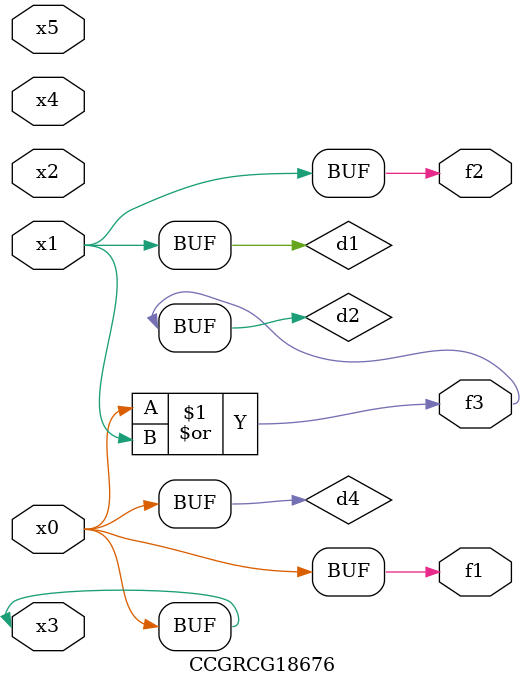
<source format=v>
module CCGRCG18676(
	input x0, x1, x2, x3, x4, x5,
	output f1, f2, f3
);

	wire d1, d2, d3, d4;

	and (d1, x1);
	or (d2, x0, x1);
	nand (d3, x0, x5);
	buf (d4, x0, x3);
	assign f1 = d4;
	assign f2 = d1;
	assign f3 = d2;
endmodule

</source>
